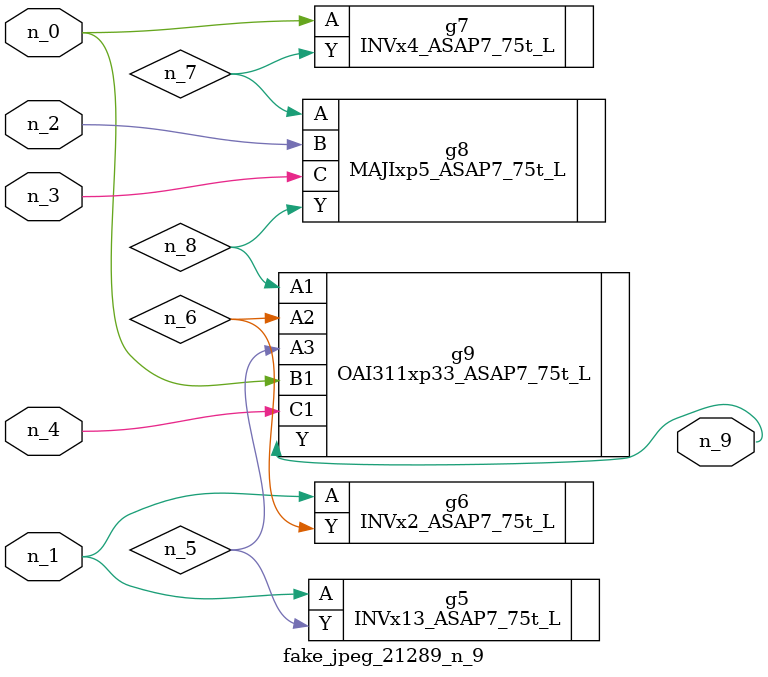
<source format=v>
module fake_jpeg_21289_n_9 (n_3, n_2, n_1, n_0, n_4, n_9);

input n_3;
input n_2;
input n_1;
input n_0;
input n_4;

output n_9;

wire n_8;
wire n_6;
wire n_5;
wire n_7;

INVx13_ASAP7_75t_L g5 ( 
.A(n_1),
.Y(n_5)
);

INVx2_ASAP7_75t_L g6 ( 
.A(n_1),
.Y(n_6)
);

INVx4_ASAP7_75t_L g7 ( 
.A(n_0),
.Y(n_7)
);

MAJIxp5_ASAP7_75t_L g8 ( 
.A(n_7),
.B(n_2),
.C(n_3),
.Y(n_8)
);

OAI311xp33_ASAP7_75t_L g9 ( 
.A1(n_8),
.A2(n_6),
.A3(n_5),
.B1(n_0),
.C1(n_4),
.Y(n_9)
);


endmodule
</source>
